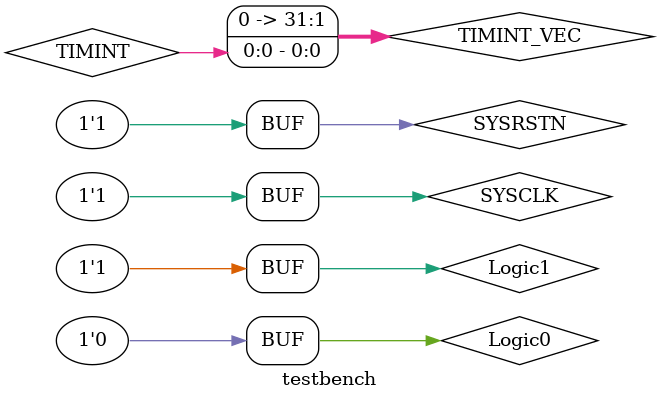
<source format=v>
`timescale 1ns/1ns
module testbench();

localparam APB_DWIDTH = 32;
localparam COUNTER_WIDTH = 32;
localparam INTERRUPT_LEVEL = 1;
localparam FAMILY = 19;
localparam APB_HALF_PERIOD = 10;    // Generates a 50 MHz clock

reg  SYSCLK;      
reg  SYSRSTN;     
wire PCLK;        
wire PRESETN;     
wire [31:0] PADDR;      
wire PENABLE;     
wire PWRITE;      
wire [APB_DWIDTH-1:0] PWDATA;     
wire [APB_DWIDTH-1:0] PRDATA;
wire [15:0] PSEL;
         
wire TIMINT;
wire [31:0]TIMINT_VEC = {31'd0,TIMINT};
wire [255:0] INTERRUPT; 
wire FINISHED;  
wire FAILED;
wire Logic0 = 1'b0;
wire Logic1 = 1'b1; 

// ********************************************************************************
// Clocks and Reset


initial
 begin
  SYSRSTN <= 1'b0;
  #100;
  SYSRSTN <= 1'b1;
 end

// Clock is 50MHz
always
 begin
   SYSCLK <= 1'b0;
   #APB_HALF_PERIOD;
   SYSCLK <= 1'b1;
   #APB_HALF_PERIOD;
 end
// ********************************************************************************
// APB Master  

BFM_APB  #(.VECTFILE     ("user_tb.vec") )
     UBFM (.SYSCLK       (SYSCLK), 
           .SYSRSTN      (SYSRSTN), 
           .PCLK         (PCLK), 
           .PRESETN      (PRESETN), 
           .PADDR        (PADDR), 
           .PENABLE      (PENABLE), 
           .PWRITE       (PWRITE), 
           .PWDATA       (PWDATA), 
           .PRDATA       (PRDATA), 
           .PREADY       (Logic1), 
           .PSLVERR      (Logic0), 
           .PSEL         (PSEL), 
           .INTERRUPT    (INTERRUPT),
           .GP_OUT       (), 
           .GP_IN        (TIMINT_VEC), 
           .EXT_WR       (), 
           .EXT_RD       (), 
           .EXT_ADDR     (), 
           .EXT_DATA     (), 
           .EXT_WAIT     (Logic0), 
           .FINISHED     (FINISHED), 
           .FAILED       (FAILED)
        );    
// ********************************************************************************
// CoreTimer Instantiation
  
CoreTimer #(
    .WIDTH              (COUNTER_WIDTH),
    .INTACTIVEH         (INTERRUPT_LEVEL),
    .FAMILY             (FAMILY)
)UTIM(
        .PCLK           (PCLK),
        .PRESETn        (PRESETN),
        .PENABLE        (PENABLE),
        .PSEL           (PSEL[0]),
        .PADDR          (PADDR[4:2]),
        .PWRITE         (PWRITE),
        .PWDATA         (PWDATA),
        .PRDATA         (PRDATA),
        .TIMINT         (TIMINT)
    );        
    
endmodule
</source>
